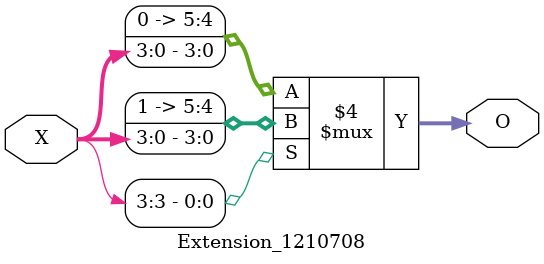
<source format=v>
module Extension_1210708 #(parameter n =4) ( input signed [n-1:0] X ,
									output reg signed [n+1:0] O);
									
	//A module that extend the number by 2 bits 								
											
	always @(*) begin 
		if(X[n-1]==0)	//extend the numbers with 2 zeros if the number is positive
			O = { 2'b00, X };	
										
		else 			//extend the numbers with 2 ones if the number is negative
			O = { 2'b11, X };							
						
	end 
endmodule			
</source>
